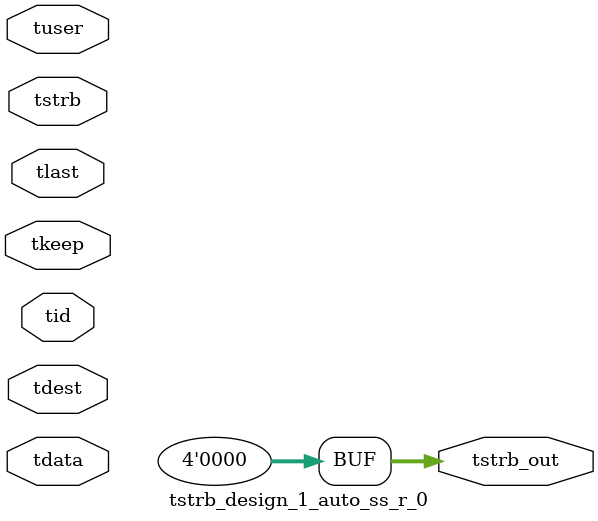
<source format=v>


`timescale 1ps/1ps

module tstrb_design_1_auto_ss_r_0 #
(
parameter C_S_AXIS_TDATA_WIDTH = 32,
parameter C_S_AXIS_TUSER_WIDTH = 0,
parameter C_S_AXIS_TID_WIDTH   = 0,
parameter C_S_AXIS_TDEST_WIDTH = 0,
parameter C_M_AXIS_TDATA_WIDTH = 32
)
(
input  [(C_S_AXIS_TDATA_WIDTH == 0 ? 1 : C_S_AXIS_TDATA_WIDTH)-1:0     ] tdata,
input  [(C_S_AXIS_TUSER_WIDTH == 0 ? 1 : C_S_AXIS_TUSER_WIDTH)-1:0     ] tuser,
input  [(C_S_AXIS_TID_WIDTH   == 0 ? 1 : C_S_AXIS_TID_WIDTH)-1:0       ] tid,
input  [(C_S_AXIS_TDEST_WIDTH == 0 ? 1 : C_S_AXIS_TDEST_WIDTH)-1:0     ] tdest,
input  [(C_S_AXIS_TDATA_WIDTH/8)-1:0 ] tkeep,
input  [(C_S_AXIS_TDATA_WIDTH/8)-1:0 ] tstrb,
input                                                                    tlast,
output [(C_M_AXIS_TDATA_WIDTH/8)-1:0 ] tstrb_out
);

assign tstrb_out = {1'b0};

endmodule


</source>
